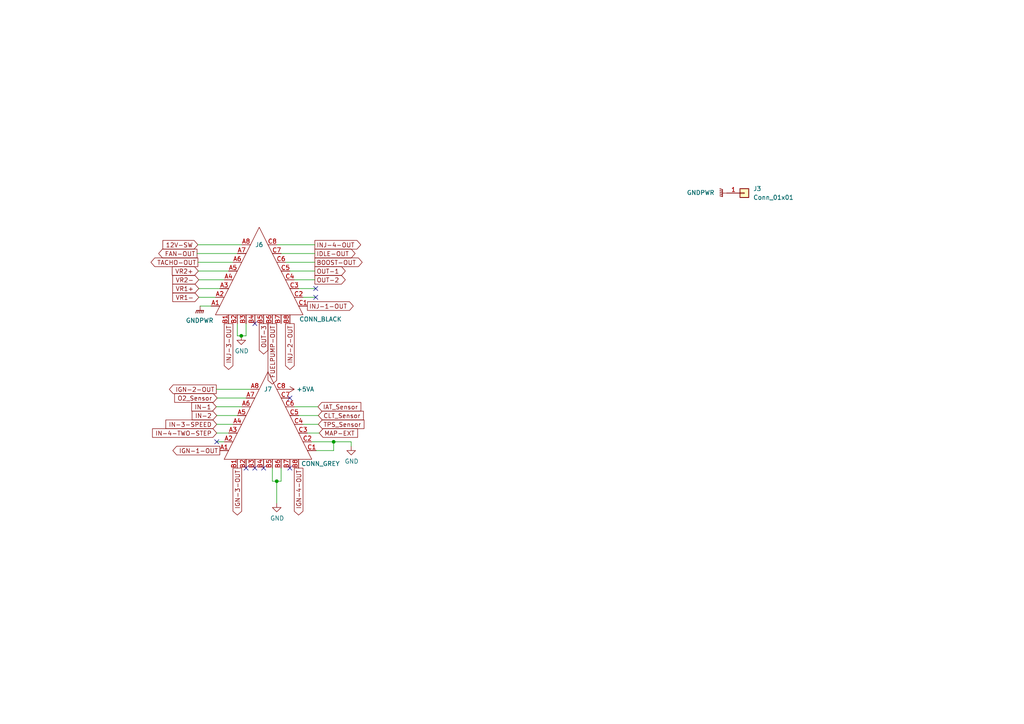
<source format=kicad_sch>
(kicad_sch (version 20230121) (generator eeschema)
  (paper "A4")
  (title_block (title "0.4") (date "2021-03-27") (rev "4d") (company "Speeduino"))
  (lib_symbols
    (symbol "Connector_Generic:Conn_01x01" (pin_names (offset 1.016) hide)
      (property "Reference" "J3" (at 2.54 1.27 0))
      (property "Value" "Conn_01x01" (at 2.54 -1.27 0))
      (symbol "Conn_01x01_1_1"
        (rectangle (start -1.27 0.127) (end 0 -0.127) (stroke (width 0.1524)))
        (rectangle (start -1.27 1.27) (end 1.27 -1.27) (stroke (width 0.254)) (fill (type background)))
        (pin power_out line (at -5.08 0 0) (length 3.81) (name "Pin_1") (number "1"))
      )
    )
    (symbol "power:+5VA" (power) (pin_names (offset 0))
      (property "Value" "+5VA" (at 0 3.556 0))
      (symbol "+5VA_0_1"
        (polyline (pts (xy -0.762 1.27) (xy 0 2.54)))
        (polyline (pts (xy 0 0) (xy 0 2.54)))
        (polyline (pts (xy 0 2.54) (xy 0.762 1.27)))
      )
      (symbol "+5VA_1_1"
        (pin power_in line (at 0 0 90) (length 0) hide (name "+5VA") (number "1"))
      )
    )
    (symbol "power:GND" (power) (pin_names (offset 0))
      (property "Value" "GND" (at 0 -3.81 0))
      (symbol "GND_0_1"
        (polyline (pts (xy 0 0) (xy 0 -1.27) (xy 1.27 -1.27) (xy 0 -2.54) (xy -1.27 -1.27) (xy 0 -1.27)))
      )
      (symbol "GND_1_1"
        (pin power_in line (at 0 0 270) (length 0) hide (name "GND") (number "1"))
      )
    )
    (symbol "power:GNDPWR" (power) (pin_names (offset 0))
      (property "Value" "GNDPWR" (at 0 -3.302 0))
      (symbol "GNDPWR_0_1"
        (polyline (pts (xy 0 -1.27) (xy 0 0)))
        (polyline (pts (xy -1.016 -1.27) (xy -1.27 -2.032) (xy -1.27 -2.032)) (stroke (width 0.2032)))
        (polyline (pts (xy -0.508 -1.27) (xy -0.762 -2.032) (xy -0.762 -2.032)) (stroke (width 0.2032)))
        (polyline (pts (xy 0 -1.27) (xy -0.254 -2.032) (xy -0.254 -2.032)) (stroke (width 0.2032)))
        (polyline (pts (xy 0.508 -1.27) (xy 0.254 -2.032) (xy 0.254 -2.032)) (stroke (width 0.2032)))
        (polyline (pts (xy 1.016 -1.27) (xy -1.016 -1.27) (xy -1.016 -1.27)) (stroke (width 0.2032)))
        (polyline (pts (xy 1.016 -1.27) (xy 0.762 -2.032) (xy 0.762 -2.032) (xy 0.762 -2.032)) (stroke (width 0.2032)))
      )
      (symbol "GNDPWR_1_1"
        (pin power_in line (at 0 0 270) (length 0) hide (name "GNDPWR") (number "1"))
      )
    )
    (symbol "speeduino_connector_automotive:Delphi_Sicma_24" (pin_names (offset 1.016))
      (property "Reference" "J" (at 0 1.27 0))
      (property "Value" "speeduino_connector_automotive_Delphi_Sicma_24" (at 0 -5.08 0))
      (symbol "Delphi_Sicma_24_0_1"
        (polyline (pts (xy -12.7 -12.7) (xy 0 12.7) (xy 12.7 -12.7) (xy -12.7 -12.7)))
      )
      (symbol "Delphi_Sicma_24_1_1"
        (pin passive line (at -13.97 -10.16 0) (length 2.54) (name "~") (number "A1"))
        (pin passive line (at -12.7 -7.62 0) (length 2.54) (name "~") (number "A2"))
        (pin passive line (at -11.43 -5.08 0) (length 2.54) (name "~") (number "A3"))
        (pin passive line (at -10.16 -2.54 0) (length 2.54) (name "~") (number "A4"))
        (pin passive line (at -8.89 0 0) (length 2.54) (name "~") (number "A5"))
        (pin passive line (at -7.62 2.54 0) (length 2.54) (name "~") (number "A6"))
        (pin passive line (at -6.35 5.08 0) (length 2.54) (name "~") (number "A7"))
        (pin passive line (at -5.08 7.62 0) (length 2.54) (name "~") (number "A8"))
        (pin passive line (at -8.89 -15.24 90) (length 2.54) (name "~") (number "B1"))
        (pin passive line (at -6.35 -15.24 90) (length 2.54) (name "~") (number "B2"))
        (pin passive line (at -3.81 -15.24 90) (length 2.54) (name "~") (number "B3"))
        (pin passive line (at -1.27 -15.24 90) (length 2.54) (name "~") (number "B4"))
        (pin passive line (at 1.27 -15.24 90) (length 2.54) (name "~") (number "B5"))
        (pin passive line (at 3.81 -15.24 90) (length 2.54) (name "~") (number "B6"))
        (pin passive line (at 6.35 -15.24 90) (length 2.54) (name "~") (number "B7"))
        (pin passive line (at 8.89 -15.24 90) (length 2.54) (name "~") (number "B8"))
        (pin passive line (at 13.97 -10.16 180) (length 2.54) (name "~") (number "C1"))
        (pin passive line (at 12.7 -7.62 180) (length 2.54) (name "~") (number "C2"))
        (pin passive line (at 11.43 -5.08 180) (length 2.54) (name "~") (number "C3"))
        (pin passive line (at 10.16 -2.54 180) (length 2.54) (name "~") (number "C4"))
        (pin passive line (at 8.89 0 180) (length 2.54) (name "~") (number "C5"))
        (pin passive line (at 7.62 2.54 180) (length 2.54) (name "~") (number "C6"))
        (pin passive line (at 6.35 5.08 180) (length 2.54) (name "~") (number "C7"))
        (pin passive line (at 5.08 7.62 180) (length 2.54) (name "~") (number "C8"))
      )
    )
  )
  (junction (at 96.774 128.143))
  (junction (at 69.977 97.409))
  (junction (at 80.264 139.573))
  (no_connect (at 91.567 83.693))
  (no_connect (at 91.567 86.233))
  (no_connect (at 84.074 135.763))
  (no_connect (at 62.865 128.143))
  (no_connect (at 73.914 93.853))
  (no_connect (at 76.454 135.763))
  (no_connect (at 73.914 135.763))
  (no_connect (at 84.074 115.443))
  (no_connect (at 71.374 135.763))
  (wire (pts (xy 91.694 130.683) (xy 96.774 130.683)))
  (wire (pts (xy 68.834 93.853) (xy 68.834 97.409)))
  (wire (pts (xy 62.738 112.903) (xy 72.644 112.903)))
  (wire (pts (xy 92.202 117.983) (xy 85.344 117.983)))
  (wire (pts (xy 62.865 125.603) (xy 66.294 125.603)))
  (wire (pts (xy 62.992 115.443) (xy 71.374 115.443)))
  (wire (pts (xy 91.313 76.073) (xy 82.804 76.073)))
  (wire (pts (xy 96.774 128.143) (xy 101.854 128.143)))
  (wire (pts (xy 91.313 70.993) (xy 80.264 70.993)))
  (wire (pts (xy 92.583 125.603) (xy 89.154 125.603)))
  (wire (pts (xy 71.374 93.853) (xy 71.374 97.409)))
  (wire (pts (xy 62.738 117.983) (xy 70.104 117.983)))
  (wire (pts (xy 91.567 86.233) (xy 87.884 86.233)))
  (wire (pts (xy 57.404 76.073) (xy 67.564 76.073)))
  (wire (pts (xy 91.313 78.613) (xy 84.074 78.613)))
  (wire (pts (xy 62.865 123.063) (xy 67.564 123.063)))
  (wire (pts (xy 80.264 139.573) (xy 80.264 145.923)))
  (wire (pts (xy 58.039 88.773) (xy 61.214 88.773)))
  (wire (pts (xy 91.313 73.533) (xy 81.534 73.533)))
  (wire (pts (xy 57.658 81.153) (xy 65.024 81.153)))
  (wire (pts (xy 96.774 130.683) (xy 96.774 128.143)))
  (wire (pts (xy 57.404 70.993) (xy 70.104 70.993)))
  (wire (pts (xy 71.374 97.409) (xy 69.977 97.409)))
  (wire (pts (xy 57.15 73.533) (xy 68.834 73.533)))
  (wire (pts (xy 90.424 128.143) (xy 96.774 128.143)))
  (wire (pts (xy 92.329 120.523) (xy 86.614 120.523)))
  (wire (pts (xy 92.329 123.063) (xy 87.884 123.063)))
  (wire (pts (xy 62.865 128.143) (xy 65.024 128.143)))
  (wire (pts (xy 91.313 81.153) (xy 85.344 81.153)))
  (wire (pts (xy 80.264 139.573) (xy 81.534 139.573)))
  (wire (pts (xy 91.567 83.693) (xy 86.614 83.693)))
  (wire (pts (xy 78.994 135.763) (xy 78.994 139.573)))
  (wire (pts (xy 101.854 128.143) (xy 101.854 129.413)))
  (wire (pts (xy 78.994 139.573) (xy 80.264 139.573)))
  (wire (pts (xy 81.534 139.573) (xy 81.534 135.763)))
  (wire (pts (xy 57.531 78.613) (xy 66.294 78.613)))
  (wire (pts (xy 68.834 97.409) (xy 69.977 97.409)))
  (wire (pts (xy 57.658 83.693) (xy 63.754 83.693)))
  (wire (pts (xy 62.865 120.523) (xy 68.834 120.523)))
  (wire (pts (xy 57.658 86.233) (xy 62.484 86.233)))
  (global_label "OUT-2" (shape output) (at 91.313 81.153 0) (property "Intersheetrefs" "${INTERSHEET_REFS}" (effects hide)))
  (global_label "IGN-3-OUT" (shape output) (at 68.834 135.763 270) (property "Intersheetrefs" "${INTERSHEET_REFS}" (effects hide)))
  (global_label "TACHO-OUT" (shape output) (at 57.404 76.073 180) (property "Intersheetrefs" "${INTERSHEET_REFS}" (effects hide)))
  (global_label "CLT_Sensor" (shape input) (at 92.329 120.523 0) (property "Intersheetrefs" "${INTERSHEET_REFS}" (effects hide)))
  (global_label "IN-1" (shape input) (at 62.738 117.983 180) (property "Intersheetrefs" "${INTERSHEET_REFS}" (effects hide)))
  (global_label "12V-SW" (shape input) (at 57.404 70.993 180) (property "Intersheetrefs" "${INTERSHEET_REFS}" (effects hide)))
  (global_label "OUT-1" (shape output) (at 91.313 78.613 0) (property "Intersheetrefs" "${INTERSHEET_REFS}" (effects hide)))
  (global_label "FUELPUMP-OUT" (shape output) (at 78.994 93.853 270) (property "Intersheetrefs" "${INTERSHEET_REFS}" (effects hide)))
  (global_label "IDLE-OUT" (shape output) (at 91.313 73.533 0) (property "Intersheetrefs" "${INTERSHEET_REFS}" (effects hide)))
  (global_label "BOOST-OUT" (shape output) (at 91.313 76.073 0) (property "Intersheetrefs" "${INTERSHEET_REFS}" (effects hide)))
  (global_label "IGN-2-OUT" (shape output) (at 62.738 112.903 180) (property "Intersheetrefs" "${INTERSHEET_REFS}" (effects hide)))
  (global_label "VR1-" (shape input) (at 57.658 86.233 180) (property "Intersheetrefs" "${INTERSHEET_REFS}" (effects hide)))
  (global_label "IAT_Sensor" (shape input) (at 92.202 117.983 0) (property "Intersheetrefs" "${INTERSHEET_REFS}" (effects hide)))
  (global_label "O2_Sensor" (shape input) (at 62.992 115.443 180) (property "Intersheetrefs" "${INTERSHEET_REFS}" (effects hide)))
  (global_label "VR2-" (shape input) (at 57.658 81.153 180) (property "Intersheetrefs" "${INTERSHEET_REFS}" (effects hide)))
  (global_label "IN-4-TWO-STEP" (shape input) (at 62.865 125.603 180) (property "Intersheetrefs" "${INTERSHEET_REFS}" (effects hide)))
  (global_label "VR1+" (shape input) (at 57.658 83.693 180) (property "Intersheetrefs" "${INTERSHEET_REFS}" (effects hide)))
  (global_label "INJ-1-OUT" (shape output) (at 89.154 88.773 0) (property "Intersheetrefs" "${INTERSHEET_REFS}" (effects hide)))
  (global_label "VR2+" (shape input) (at 57.531 78.613 180) (property "Intersheetrefs" "${INTERSHEET_REFS}" (effects hide)))
  (global_label "INJ-3-OUT" (shape output) (at 66.294 93.853 270) (property "Intersheetrefs" "${INTERSHEET_REFS}" (effects hide)))
  (global_label "IN-2" (shape input) (at 62.865 120.523 180) (property "Intersheetrefs" "${INTERSHEET_REFS}" (effects hide)))
  (global_label "IGN-1-OUT" (shape output) (at 63.754 130.683 180) (property "Intersheetrefs" "${INTERSHEET_REFS}" (effects hide)))
  (global_label "INJ-2-OUT" (shape output) (at 84.074 93.853 270) (property "Intersheetrefs" "${INTERSHEET_REFS}" (effects hide)))
  (global_label "TPS_Sensor" (shape input) (at 92.329 123.063 0) (property "Intersheetrefs" "${INTERSHEET_REFS}" (effects hide)))
  (global_label "OUT-3" (shape output) (at 76.454 93.853 270) (property "Intersheetrefs" "${INTERSHEET_REFS}" (effects hide)))
  (global_label "IGN-4-OUT" (shape output) (at 86.614 135.763 270) (property "Intersheetrefs" "${INTERSHEET_REFS}" (effects hide)))
  (global_label "FAN-OUT" (shape output) (at 57.15 73.533 180) (property "Intersheetrefs" "${INTERSHEET_REFS}" (effects hide)))
  (global_label "INJ-4-OUT" (shape output) (at 91.313 70.993 0) (property "Intersheetrefs" "${INTERSHEET_REFS}" (effects hide)))
  (global_label "MAP-EXT" (shape input) (at 92.583 125.603 0) (property "Intersheetrefs" "${INTERSHEET_REFS}" (effects hide)))
  (global_label "IN-3-SPEED" (shape input) (at 62.865 123.063 180) (property "Intersheetrefs" "${INTERSHEET_REFS}" (effects hide)))
  (symbol (lib_id "power:GND") (at 69.977 97.409 0) (unit 1)
    (property "Reference" "#PWR079" (effects hide))
    (property "Value" "GND" (at 70.104 101.8032 0))
    (instances (project "v0.4.3d" (path "" (reference "#PWR079") (unit 1))) (project "daveecu2" (path "" (reference "#PWR0101") (unit 1))))
  )
  (symbol (lib_id "speeduino_connector_automotive:Delphi_Sicma_24") (at 75.184 78.613 0) (unit 1)
    (property "Reference" "J6" (at 75.184 70.993 0))
    (property "Value" "CONN_BLACK" (at 92.964 92.583 0))
    (property "Footprint" "speeduino_connector_automotive:Delphi_Sicma_24_Grey" (effects hide))
    (instances (project "v0.4.3d" (path "" (reference "J6") (unit 1))) (project "daveecu2" (path "" (reference "J1") (unit 1))))
  )
  (symbol (lib_id "power:GND") (at 80.264 145.923 0) (unit 1)
    (property "Reference" "#PWR080" (effects hide))
    (property "Value" "GND" (at 80.391 150.3172 0))
    (instances (project "v0.4.3d" (path "" (reference "#PWR080") (unit 1))) (project "daveecu2" (path "" (reference "#PWR0102") (unit 1))))
  )
  (symbol (lib_id "power:+5VA") (at 82.804 112.903 270) (unit 1)
    (property "Reference" "#PWR087" (effects hide))
    (property "Value" "+5VA" (at 85.979 112.903 90) (effects (justify left)))
  )
  (symbol (lib_id "power:GNDPWR") (at 58.039 88.773 0) (unit 1)
    (property "Reference" "#PWR077" (effects hide))
    (property "Value" "GNDPWR" (at 57.912 92.964 0))
  )
  (symbol (lib_id "speeduino_connector_automotive:Delphi_Sicma_24") (at 77.724 120.523 0) (unit 1)
    (property "Reference" "J7" (at 77.724 112.903 0))
    (property "Value" "CONN_GREY" (at 92.964 134.493 0))
    (property "Footprint" "speeduino_connector_automotive:Delphi_Sicma_24_Black" (effects hide))
    (instances (project "v0.4.3d" (path "" (reference "J7") (unit 1))) (project "daveecu2" (path "" (reference "J2") (unit 1))))
  )
  (symbol (lib_id "power:GNDPWR") (at 210.82 56.007 270) (unit 1)
    (property "Reference" "#PWR043" (effects hide))
    (property "Value" "GNDPWR" (at 207.264 55.88 90) (effects (justify right)))
  )
  (symbol (lib_id "power:GND") (at 101.854 129.413 0) (unit 1)
    (property "Reference" "#PWR086" (effects hide))
    (property "Value" "GND" (at 101.981 133.8072 0))
    (instances (project "v0.4.3d" (path "" (reference "#PWR086") (unit 1))) (project "daveecu2" (path "" (reference "#PWR0103") (unit 1))))
  )
  (symbol (lib_id "Connector_Generic:Conn_01x01") (at 215.9 56.007 0) (unit 1)
    (property "Reference" "J3" (at 218.44 54.737 0) (effects (justify left)))
    (property "Value" "Conn_01x01" (at 218.44 57.277 0) (effects (justify left)))
  )
)
</source>
